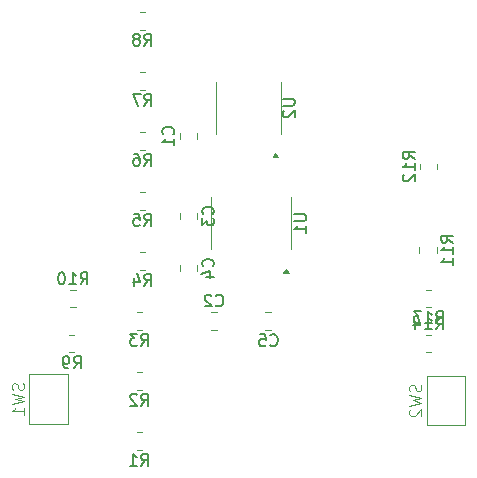
<source format=gbo>
%TF.GenerationSoftware,KiCad,Pcbnew,9.0.3*%
%TF.CreationDate,2025-10-16T19:58:59+02:00*%
%TF.ProjectId,ledkiv3,6c65646b-6976-4332-9e6b-696361645f70,rev?*%
%TF.SameCoordinates,Original*%
%TF.FileFunction,Legend,Bot*%
%TF.FilePolarity,Positive*%
%FSLAX46Y46*%
G04 Gerber Fmt 4.6, Leading zero omitted, Abs format (unit mm)*
G04 Created by KiCad (PCBNEW 9.0.3) date 2025-10-16 19:58:59*
%MOMM*%
%LPD*%
G01*
G04 APERTURE LIST*
%ADD10C,0.150000*%
%ADD11C,0.100000*%
%ADD12C,0.120000*%
G04 APERTURE END LIST*
D10*
X47115580Y-77349333D02*
X47163200Y-77301714D01*
X47163200Y-77301714D02*
X47210819Y-77158857D01*
X47210819Y-77158857D02*
X47210819Y-77063619D01*
X47210819Y-77063619D02*
X47163200Y-76920762D01*
X47163200Y-76920762D02*
X47067961Y-76825524D01*
X47067961Y-76825524D02*
X46972723Y-76777905D01*
X46972723Y-76777905D02*
X46782247Y-76730286D01*
X46782247Y-76730286D02*
X46639390Y-76730286D01*
X46639390Y-76730286D02*
X46448914Y-76777905D01*
X46448914Y-76777905D02*
X46353676Y-76825524D01*
X46353676Y-76825524D02*
X46258438Y-76920762D01*
X46258438Y-76920762D02*
X46210819Y-77063619D01*
X46210819Y-77063619D02*
X46210819Y-77158857D01*
X46210819Y-77158857D02*
X46258438Y-77301714D01*
X46258438Y-77301714D02*
X46306057Y-77349333D01*
X46210819Y-77682667D02*
X46210819Y-78301714D01*
X46210819Y-78301714D02*
X46591771Y-77968381D01*
X46591771Y-77968381D02*
X46591771Y-78111238D01*
X46591771Y-78111238D02*
X46639390Y-78206476D01*
X46639390Y-78206476D02*
X46687009Y-78254095D01*
X46687009Y-78254095D02*
X46782247Y-78301714D01*
X46782247Y-78301714D02*
X47020342Y-78301714D01*
X47020342Y-78301714D02*
X47115580Y-78254095D01*
X47115580Y-78254095D02*
X47163200Y-78206476D01*
X47163200Y-78206476D02*
X47210819Y-78111238D01*
X47210819Y-78111238D02*
X47210819Y-77825524D01*
X47210819Y-77825524D02*
X47163200Y-77730286D01*
X47163200Y-77730286D02*
X47115580Y-77682667D01*
X41067666Y-88510819D02*
X41400999Y-88034628D01*
X41639094Y-88510819D02*
X41639094Y-87510819D01*
X41639094Y-87510819D02*
X41258142Y-87510819D01*
X41258142Y-87510819D02*
X41162904Y-87558438D01*
X41162904Y-87558438D02*
X41115285Y-87606057D01*
X41115285Y-87606057D02*
X41067666Y-87701295D01*
X41067666Y-87701295D02*
X41067666Y-87844152D01*
X41067666Y-87844152D02*
X41115285Y-87939390D01*
X41115285Y-87939390D02*
X41162904Y-87987009D01*
X41162904Y-87987009D02*
X41258142Y-88034628D01*
X41258142Y-88034628D02*
X41639094Y-88034628D01*
X40734332Y-87510819D02*
X40115285Y-87510819D01*
X40115285Y-87510819D02*
X40448618Y-87891771D01*
X40448618Y-87891771D02*
X40305761Y-87891771D01*
X40305761Y-87891771D02*
X40210523Y-87939390D01*
X40210523Y-87939390D02*
X40162904Y-87987009D01*
X40162904Y-87987009D02*
X40115285Y-88082247D01*
X40115285Y-88082247D02*
X40115285Y-88320342D01*
X40115285Y-88320342D02*
X40162904Y-88415580D01*
X40162904Y-88415580D02*
X40210523Y-88463200D01*
X40210523Y-88463200D02*
X40305761Y-88510819D01*
X40305761Y-88510819D02*
X40591475Y-88510819D01*
X40591475Y-88510819D02*
X40686713Y-88463200D01*
X40686713Y-88463200D02*
X40734332Y-88415580D01*
X64200819Y-72698142D02*
X63724628Y-72364809D01*
X64200819Y-72126714D02*
X63200819Y-72126714D01*
X63200819Y-72126714D02*
X63200819Y-72507666D01*
X63200819Y-72507666D02*
X63248438Y-72602904D01*
X63248438Y-72602904D02*
X63296057Y-72650523D01*
X63296057Y-72650523D02*
X63391295Y-72698142D01*
X63391295Y-72698142D02*
X63534152Y-72698142D01*
X63534152Y-72698142D02*
X63629390Y-72650523D01*
X63629390Y-72650523D02*
X63677009Y-72602904D01*
X63677009Y-72602904D02*
X63724628Y-72507666D01*
X63724628Y-72507666D02*
X63724628Y-72126714D01*
X64200819Y-73650523D02*
X64200819Y-73079095D01*
X64200819Y-73364809D02*
X63200819Y-73364809D01*
X63200819Y-73364809D02*
X63343676Y-73269571D01*
X63343676Y-73269571D02*
X63438914Y-73174333D01*
X63438914Y-73174333D02*
X63486533Y-73079095D01*
X63296057Y-74031476D02*
X63248438Y-74079095D01*
X63248438Y-74079095D02*
X63200819Y-74174333D01*
X63200819Y-74174333D02*
X63200819Y-74412428D01*
X63200819Y-74412428D02*
X63248438Y-74507666D01*
X63248438Y-74507666D02*
X63296057Y-74555285D01*
X63296057Y-74555285D02*
X63391295Y-74602904D01*
X63391295Y-74602904D02*
X63486533Y-74602904D01*
X63486533Y-74602904D02*
X63629390Y-74555285D01*
X63629390Y-74555285D02*
X64200819Y-73983857D01*
X64200819Y-73983857D02*
X64200819Y-74602904D01*
X35352666Y-90415819D02*
X35685999Y-89939628D01*
X35924094Y-90415819D02*
X35924094Y-89415819D01*
X35924094Y-89415819D02*
X35543142Y-89415819D01*
X35543142Y-89415819D02*
X35447904Y-89463438D01*
X35447904Y-89463438D02*
X35400285Y-89511057D01*
X35400285Y-89511057D02*
X35352666Y-89606295D01*
X35352666Y-89606295D02*
X35352666Y-89749152D01*
X35352666Y-89749152D02*
X35400285Y-89844390D01*
X35400285Y-89844390D02*
X35447904Y-89892009D01*
X35447904Y-89892009D02*
X35543142Y-89939628D01*
X35543142Y-89939628D02*
X35924094Y-89939628D01*
X34876475Y-90415819D02*
X34685999Y-90415819D01*
X34685999Y-90415819D02*
X34590761Y-90368200D01*
X34590761Y-90368200D02*
X34543142Y-90320580D01*
X34543142Y-90320580D02*
X34447904Y-90177723D01*
X34447904Y-90177723D02*
X34400285Y-89987247D01*
X34400285Y-89987247D02*
X34400285Y-89606295D01*
X34400285Y-89606295D02*
X34447904Y-89511057D01*
X34447904Y-89511057D02*
X34495523Y-89463438D01*
X34495523Y-89463438D02*
X34590761Y-89415819D01*
X34590761Y-89415819D02*
X34781237Y-89415819D01*
X34781237Y-89415819D02*
X34876475Y-89463438D01*
X34876475Y-89463438D02*
X34924094Y-89511057D01*
X34924094Y-89511057D02*
X34971713Y-89606295D01*
X34971713Y-89606295D02*
X34971713Y-89844390D01*
X34971713Y-89844390D02*
X34924094Y-89939628D01*
X34924094Y-89939628D02*
X34876475Y-89987247D01*
X34876475Y-89987247D02*
X34781237Y-90034866D01*
X34781237Y-90034866D02*
X34590761Y-90034866D01*
X34590761Y-90034866D02*
X34495523Y-89987247D01*
X34495523Y-89987247D02*
X34447904Y-89939628D01*
X34447904Y-89939628D02*
X34400285Y-89844390D01*
X47115580Y-81794333D02*
X47163200Y-81746714D01*
X47163200Y-81746714D02*
X47210819Y-81603857D01*
X47210819Y-81603857D02*
X47210819Y-81508619D01*
X47210819Y-81508619D02*
X47163200Y-81365762D01*
X47163200Y-81365762D02*
X47067961Y-81270524D01*
X47067961Y-81270524D02*
X46972723Y-81222905D01*
X46972723Y-81222905D02*
X46782247Y-81175286D01*
X46782247Y-81175286D02*
X46639390Y-81175286D01*
X46639390Y-81175286D02*
X46448914Y-81222905D01*
X46448914Y-81222905D02*
X46353676Y-81270524D01*
X46353676Y-81270524D02*
X46258438Y-81365762D01*
X46258438Y-81365762D02*
X46210819Y-81508619D01*
X46210819Y-81508619D02*
X46210819Y-81603857D01*
X46210819Y-81603857D02*
X46258438Y-81746714D01*
X46258438Y-81746714D02*
X46306057Y-81794333D01*
X46544152Y-82651476D02*
X47210819Y-82651476D01*
X46163200Y-82413381D02*
X46877485Y-82175286D01*
X46877485Y-82175286D02*
X46877485Y-82794333D01*
X41067666Y-98670819D02*
X41400999Y-98194628D01*
X41639094Y-98670819D02*
X41639094Y-97670819D01*
X41639094Y-97670819D02*
X41258142Y-97670819D01*
X41258142Y-97670819D02*
X41162904Y-97718438D01*
X41162904Y-97718438D02*
X41115285Y-97766057D01*
X41115285Y-97766057D02*
X41067666Y-97861295D01*
X41067666Y-97861295D02*
X41067666Y-98004152D01*
X41067666Y-98004152D02*
X41115285Y-98099390D01*
X41115285Y-98099390D02*
X41162904Y-98147009D01*
X41162904Y-98147009D02*
X41258142Y-98194628D01*
X41258142Y-98194628D02*
X41639094Y-98194628D01*
X40115285Y-98670819D02*
X40686713Y-98670819D01*
X40400999Y-98670819D02*
X40400999Y-97670819D01*
X40400999Y-97670819D02*
X40496237Y-97813676D01*
X40496237Y-97813676D02*
X40591475Y-97908914D01*
X40591475Y-97908914D02*
X40686713Y-97956533D01*
X51995166Y-88445580D02*
X52042785Y-88493200D01*
X52042785Y-88493200D02*
X52185642Y-88540819D01*
X52185642Y-88540819D02*
X52280880Y-88540819D01*
X52280880Y-88540819D02*
X52423737Y-88493200D01*
X52423737Y-88493200D02*
X52518975Y-88397961D01*
X52518975Y-88397961D02*
X52566594Y-88302723D01*
X52566594Y-88302723D02*
X52614213Y-88112247D01*
X52614213Y-88112247D02*
X52614213Y-87969390D01*
X52614213Y-87969390D02*
X52566594Y-87778914D01*
X52566594Y-87778914D02*
X52518975Y-87683676D01*
X52518975Y-87683676D02*
X52423737Y-87588438D01*
X52423737Y-87588438D02*
X52280880Y-87540819D01*
X52280880Y-87540819D02*
X52185642Y-87540819D01*
X52185642Y-87540819D02*
X52042785Y-87588438D01*
X52042785Y-87588438D02*
X51995166Y-87636057D01*
X51090404Y-87540819D02*
X51566594Y-87540819D01*
X51566594Y-87540819D02*
X51614213Y-88017009D01*
X51614213Y-88017009D02*
X51566594Y-87969390D01*
X51566594Y-87969390D02*
X51471356Y-87921771D01*
X51471356Y-87921771D02*
X51233261Y-87921771D01*
X51233261Y-87921771D02*
X51138023Y-87969390D01*
X51138023Y-87969390D02*
X51090404Y-88017009D01*
X51090404Y-88017009D02*
X51042785Y-88112247D01*
X51042785Y-88112247D02*
X51042785Y-88350342D01*
X51042785Y-88350342D02*
X51090404Y-88445580D01*
X51090404Y-88445580D02*
X51138023Y-88493200D01*
X51138023Y-88493200D02*
X51233261Y-88540819D01*
X51233261Y-88540819D02*
X51471356Y-88540819D01*
X51471356Y-88540819D02*
X51566594Y-88493200D01*
X51566594Y-88493200D02*
X51614213Y-88445580D01*
X35923857Y-83305819D02*
X36257190Y-82829628D01*
X36495285Y-83305819D02*
X36495285Y-82305819D01*
X36495285Y-82305819D02*
X36114333Y-82305819D01*
X36114333Y-82305819D02*
X36019095Y-82353438D01*
X36019095Y-82353438D02*
X35971476Y-82401057D01*
X35971476Y-82401057D02*
X35923857Y-82496295D01*
X35923857Y-82496295D02*
X35923857Y-82639152D01*
X35923857Y-82639152D02*
X35971476Y-82734390D01*
X35971476Y-82734390D02*
X36019095Y-82782009D01*
X36019095Y-82782009D02*
X36114333Y-82829628D01*
X36114333Y-82829628D02*
X36495285Y-82829628D01*
X34971476Y-83305819D02*
X35542904Y-83305819D01*
X35257190Y-83305819D02*
X35257190Y-82305819D01*
X35257190Y-82305819D02*
X35352428Y-82448676D01*
X35352428Y-82448676D02*
X35447666Y-82543914D01*
X35447666Y-82543914D02*
X35542904Y-82591533D01*
X34352428Y-82305819D02*
X34257190Y-82305819D01*
X34257190Y-82305819D02*
X34161952Y-82353438D01*
X34161952Y-82353438D02*
X34114333Y-82401057D01*
X34114333Y-82401057D02*
X34066714Y-82496295D01*
X34066714Y-82496295D02*
X34019095Y-82686771D01*
X34019095Y-82686771D02*
X34019095Y-82924866D01*
X34019095Y-82924866D02*
X34066714Y-83115342D01*
X34066714Y-83115342D02*
X34114333Y-83210580D01*
X34114333Y-83210580D02*
X34161952Y-83258200D01*
X34161952Y-83258200D02*
X34257190Y-83305819D01*
X34257190Y-83305819D02*
X34352428Y-83305819D01*
X34352428Y-83305819D02*
X34447666Y-83258200D01*
X34447666Y-83258200D02*
X34495285Y-83210580D01*
X34495285Y-83210580D02*
X34542904Y-83115342D01*
X34542904Y-83115342D02*
X34590523Y-82924866D01*
X34590523Y-82924866D02*
X34590523Y-82686771D01*
X34590523Y-82686771D02*
X34542904Y-82496295D01*
X34542904Y-82496295D02*
X34495285Y-82401057D01*
X34495285Y-82401057D02*
X34447666Y-82353438D01*
X34447666Y-82353438D02*
X34352428Y-82305819D01*
X54034219Y-77381395D02*
X54843742Y-77381395D01*
X54843742Y-77381395D02*
X54938980Y-77429014D01*
X54938980Y-77429014D02*
X54986600Y-77476633D01*
X54986600Y-77476633D02*
X55034219Y-77571871D01*
X55034219Y-77571871D02*
X55034219Y-77762347D01*
X55034219Y-77762347D02*
X54986600Y-77857585D01*
X54986600Y-77857585D02*
X54938980Y-77905204D01*
X54938980Y-77905204D02*
X54843742Y-77952823D01*
X54843742Y-77952823D02*
X54034219Y-77952823D01*
X55034219Y-78952823D02*
X55034219Y-78381395D01*
X55034219Y-78667109D02*
X54034219Y-78667109D01*
X54034219Y-78667109D02*
X54177076Y-78571871D01*
X54177076Y-78571871D02*
X54272314Y-78476633D01*
X54272314Y-78476633D02*
X54319933Y-78381395D01*
D11*
X64725800Y-91812667D02*
X64773419Y-91955524D01*
X64773419Y-91955524D02*
X64773419Y-92193619D01*
X64773419Y-92193619D02*
X64725800Y-92288857D01*
X64725800Y-92288857D02*
X64678180Y-92336476D01*
X64678180Y-92336476D02*
X64582942Y-92384095D01*
X64582942Y-92384095D02*
X64487704Y-92384095D01*
X64487704Y-92384095D02*
X64392466Y-92336476D01*
X64392466Y-92336476D02*
X64344847Y-92288857D01*
X64344847Y-92288857D02*
X64297228Y-92193619D01*
X64297228Y-92193619D02*
X64249609Y-92003143D01*
X64249609Y-92003143D02*
X64201990Y-91907905D01*
X64201990Y-91907905D02*
X64154371Y-91860286D01*
X64154371Y-91860286D02*
X64059133Y-91812667D01*
X64059133Y-91812667D02*
X63963895Y-91812667D01*
X63963895Y-91812667D02*
X63868657Y-91860286D01*
X63868657Y-91860286D02*
X63821038Y-91907905D01*
X63821038Y-91907905D02*
X63773419Y-92003143D01*
X63773419Y-92003143D02*
X63773419Y-92241238D01*
X63773419Y-92241238D02*
X63821038Y-92384095D01*
X63773419Y-92717429D02*
X64773419Y-92955524D01*
X64773419Y-92955524D02*
X64059133Y-93146000D01*
X64059133Y-93146000D02*
X64773419Y-93336476D01*
X64773419Y-93336476D02*
X63773419Y-93574572D01*
X63868657Y-93907905D02*
X63821038Y-93955524D01*
X63821038Y-93955524D02*
X63773419Y-94050762D01*
X63773419Y-94050762D02*
X63773419Y-94288857D01*
X63773419Y-94288857D02*
X63821038Y-94384095D01*
X63821038Y-94384095D02*
X63868657Y-94431714D01*
X63868657Y-94431714D02*
X63963895Y-94479333D01*
X63963895Y-94479333D02*
X64059133Y-94479333D01*
X64059133Y-94479333D02*
X64201990Y-94431714D01*
X64201990Y-94431714D02*
X64773419Y-93860286D01*
X64773419Y-93860286D02*
X64773419Y-94479333D01*
X31070800Y-91667667D02*
X31118419Y-91810524D01*
X31118419Y-91810524D02*
X31118419Y-92048619D01*
X31118419Y-92048619D02*
X31070800Y-92143857D01*
X31070800Y-92143857D02*
X31023180Y-92191476D01*
X31023180Y-92191476D02*
X30927942Y-92239095D01*
X30927942Y-92239095D02*
X30832704Y-92239095D01*
X30832704Y-92239095D02*
X30737466Y-92191476D01*
X30737466Y-92191476D02*
X30689847Y-92143857D01*
X30689847Y-92143857D02*
X30642228Y-92048619D01*
X30642228Y-92048619D02*
X30594609Y-91858143D01*
X30594609Y-91858143D02*
X30546990Y-91762905D01*
X30546990Y-91762905D02*
X30499371Y-91715286D01*
X30499371Y-91715286D02*
X30404133Y-91667667D01*
X30404133Y-91667667D02*
X30308895Y-91667667D01*
X30308895Y-91667667D02*
X30213657Y-91715286D01*
X30213657Y-91715286D02*
X30166038Y-91762905D01*
X30166038Y-91762905D02*
X30118419Y-91858143D01*
X30118419Y-91858143D02*
X30118419Y-92096238D01*
X30118419Y-92096238D02*
X30166038Y-92239095D01*
X30118419Y-92572429D02*
X31118419Y-92810524D01*
X31118419Y-92810524D02*
X30404133Y-93001000D01*
X30404133Y-93001000D02*
X31118419Y-93191476D01*
X31118419Y-93191476D02*
X30118419Y-93429572D01*
X31118419Y-94334333D02*
X31118419Y-93762905D01*
X31118419Y-94048619D02*
X30118419Y-94048619D01*
X30118419Y-94048619D02*
X30261276Y-93953381D01*
X30261276Y-93953381D02*
X30356514Y-93858143D01*
X30356514Y-93858143D02*
X30404133Y-93762905D01*
D10*
X41337666Y-63110819D02*
X41670999Y-62634628D01*
X41909094Y-63110819D02*
X41909094Y-62110819D01*
X41909094Y-62110819D02*
X41528142Y-62110819D01*
X41528142Y-62110819D02*
X41432904Y-62158438D01*
X41432904Y-62158438D02*
X41385285Y-62206057D01*
X41385285Y-62206057D02*
X41337666Y-62301295D01*
X41337666Y-62301295D02*
X41337666Y-62444152D01*
X41337666Y-62444152D02*
X41385285Y-62539390D01*
X41385285Y-62539390D02*
X41432904Y-62587009D01*
X41432904Y-62587009D02*
X41528142Y-62634628D01*
X41528142Y-62634628D02*
X41909094Y-62634628D01*
X40766237Y-62539390D02*
X40861475Y-62491771D01*
X40861475Y-62491771D02*
X40909094Y-62444152D01*
X40909094Y-62444152D02*
X40956713Y-62348914D01*
X40956713Y-62348914D02*
X40956713Y-62301295D01*
X40956713Y-62301295D02*
X40909094Y-62206057D01*
X40909094Y-62206057D02*
X40861475Y-62158438D01*
X40861475Y-62158438D02*
X40766237Y-62110819D01*
X40766237Y-62110819D02*
X40575761Y-62110819D01*
X40575761Y-62110819D02*
X40480523Y-62158438D01*
X40480523Y-62158438D02*
X40432904Y-62206057D01*
X40432904Y-62206057D02*
X40385285Y-62301295D01*
X40385285Y-62301295D02*
X40385285Y-62348914D01*
X40385285Y-62348914D02*
X40432904Y-62444152D01*
X40432904Y-62444152D02*
X40480523Y-62491771D01*
X40480523Y-62491771D02*
X40575761Y-62539390D01*
X40575761Y-62539390D02*
X40766237Y-62539390D01*
X40766237Y-62539390D02*
X40861475Y-62587009D01*
X40861475Y-62587009D02*
X40909094Y-62634628D01*
X40909094Y-62634628D02*
X40956713Y-62729866D01*
X40956713Y-62729866D02*
X40956713Y-62920342D01*
X40956713Y-62920342D02*
X40909094Y-63015580D01*
X40909094Y-63015580D02*
X40861475Y-63063200D01*
X40861475Y-63063200D02*
X40766237Y-63110819D01*
X40766237Y-63110819D02*
X40575761Y-63110819D01*
X40575761Y-63110819D02*
X40480523Y-63063200D01*
X40480523Y-63063200D02*
X40432904Y-63015580D01*
X40432904Y-63015580D02*
X40385285Y-62920342D01*
X40385285Y-62920342D02*
X40385285Y-62729866D01*
X40385285Y-62729866D02*
X40432904Y-62634628D01*
X40432904Y-62634628D02*
X40480523Y-62587009D01*
X40480523Y-62587009D02*
X40575761Y-62539390D01*
X47380166Y-85085580D02*
X47427785Y-85133200D01*
X47427785Y-85133200D02*
X47570642Y-85180819D01*
X47570642Y-85180819D02*
X47665880Y-85180819D01*
X47665880Y-85180819D02*
X47808737Y-85133200D01*
X47808737Y-85133200D02*
X47903975Y-85037961D01*
X47903975Y-85037961D02*
X47951594Y-84942723D01*
X47951594Y-84942723D02*
X47999213Y-84752247D01*
X47999213Y-84752247D02*
X47999213Y-84609390D01*
X47999213Y-84609390D02*
X47951594Y-84418914D01*
X47951594Y-84418914D02*
X47903975Y-84323676D01*
X47903975Y-84323676D02*
X47808737Y-84228438D01*
X47808737Y-84228438D02*
X47665880Y-84180819D01*
X47665880Y-84180819D02*
X47570642Y-84180819D01*
X47570642Y-84180819D02*
X47427785Y-84228438D01*
X47427785Y-84228438D02*
X47380166Y-84276057D01*
X46999213Y-84276057D02*
X46951594Y-84228438D01*
X46951594Y-84228438D02*
X46856356Y-84180819D01*
X46856356Y-84180819D02*
X46618261Y-84180819D01*
X46618261Y-84180819D02*
X46523023Y-84228438D01*
X46523023Y-84228438D02*
X46475404Y-84276057D01*
X46475404Y-84276057D02*
X46427785Y-84371295D01*
X46427785Y-84371295D02*
X46427785Y-84466533D01*
X46427785Y-84466533D02*
X46475404Y-84609390D01*
X46475404Y-84609390D02*
X47046832Y-85180819D01*
X47046832Y-85180819D02*
X46427785Y-85180819D01*
X41337666Y-73270819D02*
X41670999Y-72794628D01*
X41909094Y-73270819D02*
X41909094Y-72270819D01*
X41909094Y-72270819D02*
X41528142Y-72270819D01*
X41528142Y-72270819D02*
X41432904Y-72318438D01*
X41432904Y-72318438D02*
X41385285Y-72366057D01*
X41385285Y-72366057D02*
X41337666Y-72461295D01*
X41337666Y-72461295D02*
X41337666Y-72604152D01*
X41337666Y-72604152D02*
X41385285Y-72699390D01*
X41385285Y-72699390D02*
X41432904Y-72747009D01*
X41432904Y-72747009D02*
X41528142Y-72794628D01*
X41528142Y-72794628D02*
X41909094Y-72794628D01*
X40480523Y-72270819D02*
X40670999Y-72270819D01*
X40670999Y-72270819D02*
X40766237Y-72318438D01*
X40766237Y-72318438D02*
X40813856Y-72366057D01*
X40813856Y-72366057D02*
X40909094Y-72508914D01*
X40909094Y-72508914D02*
X40956713Y-72699390D01*
X40956713Y-72699390D02*
X40956713Y-73080342D01*
X40956713Y-73080342D02*
X40909094Y-73175580D01*
X40909094Y-73175580D02*
X40861475Y-73223200D01*
X40861475Y-73223200D02*
X40766237Y-73270819D01*
X40766237Y-73270819D02*
X40575761Y-73270819D01*
X40575761Y-73270819D02*
X40480523Y-73223200D01*
X40480523Y-73223200D02*
X40432904Y-73175580D01*
X40432904Y-73175580D02*
X40385285Y-73080342D01*
X40385285Y-73080342D02*
X40385285Y-72842247D01*
X40385285Y-72842247D02*
X40432904Y-72747009D01*
X40432904Y-72747009D02*
X40480523Y-72699390D01*
X40480523Y-72699390D02*
X40575761Y-72651771D01*
X40575761Y-72651771D02*
X40766237Y-72651771D01*
X40766237Y-72651771D02*
X40861475Y-72699390D01*
X40861475Y-72699390D02*
X40909094Y-72747009D01*
X40909094Y-72747009D02*
X40956713Y-72842247D01*
X67450019Y-79778142D02*
X66973828Y-79444809D01*
X67450019Y-79206714D02*
X66450019Y-79206714D01*
X66450019Y-79206714D02*
X66450019Y-79587666D01*
X66450019Y-79587666D02*
X66497638Y-79682904D01*
X66497638Y-79682904D02*
X66545257Y-79730523D01*
X66545257Y-79730523D02*
X66640495Y-79778142D01*
X66640495Y-79778142D02*
X66783352Y-79778142D01*
X66783352Y-79778142D02*
X66878590Y-79730523D01*
X66878590Y-79730523D02*
X66926209Y-79682904D01*
X66926209Y-79682904D02*
X66973828Y-79587666D01*
X66973828Y-79587666D02*
X66973828Y-79206714D01*
X67450019Y-80730523D02*
X67450019Y-80159095D01*
X67450019Y-80444809D02*
X66450019Y-80444809D01*
X66450019Y-80444809D02*
X66592876Y-80349571D01*
X66592876Y-80349571D02*
X66688114Y-80254333D01*
X66688114Y-80254333D02*
X66735733Y-80159095D01*
X67450019Y-81682904D02*
X67450019Y-81111476D01*
X67450019Y-81397190D02*
X66450019Y-81397190D01*
X66450019Y-81397190D02*
X66592876Y-81301952D01*
X66592876Y-81301952D02*
X66688114Y-81206714D01*
X66688114Y-81206714D02*
X66735733Y-81111476D01*
X41337666Y-68190819D02*
X41670999Y-67714628D01*
X41909094Y-68190819D02*
X41909094Y-67190819D01*
X41909094Y-67190819D02*
X41528142Y-67190819D01*
X41528142Y-67190819D02*
X41432904Y-67238438D01*
X41432904Y-67238438D02*
X41385285Y-67286057D01*
X41385285Y-67286057D02*
X41337666Y-67381295D01*
X41337666Y-67381295D02*
X41337666Y-67524152D01*
X41337666Y-67524152D02*
X41385285Y-67619390D01*
X41385285Y-67619390D02*
X41432904Y-67667009D01*
X41432904Y-67667009D02*
X41528142Y-67714628D01*
X41528142Y-67714628D02*
X41909094Y-67714628D01*
X41004332Y-67190819D02*
X40337666Y-67190819D01*
X40337666Y-67190819D02*
X40766237Y-68190819D01*
X53060819Y-67610095D02*
X53870342Y-67610095D01*
X53870342Y-67610095D02*
X53965580Y-67657714D01*
X53965580Y-67657714D02*
X54013200Y-67705333D01*
X54013200Y-67705333D02*
X54060819Y-67800571D01*
X54060819Y-67800571D02*
X54060819Y-67991047D01*
X54060819Y-67991047D02*
X54013200Y-68086285D01*
X54013200Y-68086285D02*
X53965580Y-68133904D01*
X53965580Y-68133904D02*
X53870342Y-68181523D01*
X53870342Y-68181523D02*
X53060819Y-68181523D01*
X53156057Y-68610095D02*
X53108438Y-68657714D01*
X53108438Y-68657714D02*
X53060819Y-68752952D01*
X53060819Y-68752952D02*
X53060819Y-68991047D01*
X53060819Y-68991047D02*
X53108438Y-69086285D01*
X53108438Y-69086285D02*
X53156057Y-69133904D01*
X53156057Y-69133904D02*
X53251295Y-69181523D01*
X53251295Y-69181523D02*
X53346533Y-69181523D01*
X53346533Y-69181523D02*
X53489390Y-69133904D01*
X53489390Y-69133904D02*
X54060819Y-68562476D01*
X54060819Y-68562476D02*
X54060819Y-69181523D01*
X41337666Y-78350819D02*
X41670999Y-77874628D01*
X41909094Y-78350819D02*
X41909094Y-77350819D01*
X41909094Y-77350819D02*
X41528142Y-77350819D01*
X41528142Y-77350819D02*
X41432904Y-77398438D01*
X41432904Y-77398438D02*
X41385285Y-77446057D01*
X41385285Y-77446057D02*
X41337666Y-77541295D01*
X41337666Y-77541295D02*
X41337666Y-77684152D01*
X41337666Y-77684152D02*
X41385285Y-77779390D01*
X41385285Y-77779390D02*
X41432904Y-77827009D01*
X41432904Y-77827009D02*
X41528142Y-77874628D01*
X41528142Y-77874628D02*
X41909094Y-77874628D01*
X40432904Y-77350819D02*
X40909094Y-77350819D01*
X40909094Y-77350819D02*
X40956713Y-77827009D01*
X40956713Y-77827009D02*
X40909094Y-77779390D01*
X40909094Y-77779390D02*
X40813856Y-77731771D01*
X40813856Y-77731771D02*
X40575761Y-77731771D01*
X40575761Y-77731771D02*
X40480523Y-77779390D01*
X40480523Y-77779390D02*
X40432904Y-77827009D01*
X40432904Y-77827009D02*
X40385285Y-77922247D01*
X40385285Y-77922247D02*
X40385285Y-78160342D01*
X40385285Y-78160342D02*
X40432904Y-78255580D01*
X40432904Y-78255580D02*
X40480523Y-78303200D01*
X40480523Y-78303200D02*
X40575761Y-78350819D01*
X40575761Y-78350819D02*
X40813856Y-78350819D01*
X40813856Y-78350819D02*
X40909094Y-78303200D01*
X40909094Y-78303200D02*
X40956713Y-78255580D01*
X41337666Y-83430819D02*
X41670999Y-82954628D01*
X41909094Y-83430819D02*
X41909094Y-82430819D01*
X41909094Y-82430819D02*
X41528142Y-82430819D01*
X41528142Y-82430819D02*
X41432904Y-82478438D01*
X41432904Y-82478438D02*
X41385285Y-82526057D01*
X41385285Y-82526057D02*
X41337666Y-82621295D01*
X41337666Y-82621295D02*
X41337666Y-82764152D01*
X41337666Y-82764152D02*
X41385285Y-82859390D01*
X41385285Y-82859390D02*
X41432904Y-82907009D01*
X41432904Y-82907009D02*
X41528142Y-82954628D01*
X41528142Y-82954628D02*
X41909094Y-82954628D01*
X40480523Y-82764152D02*
X40480523Y-83430819D01*
X40718618Y-82383200D02*
X40956713Y-83097485D01*
X40956713Y-83097485D02*
X40337666Y-83097485D01*
X43755580Y-70596833D02*
X43803200Y-70549214D01*
X43803200Y-70549214D02*
X43850819Y-70406357D01*
X43850819Y-70406357D02*
X43850819Y-70311119D01*
X43850819Y-70311119D02*
X43803200Y-70168262D01*
X43803200Y-70168262D02*
X43707961Y-70073024D01*
X43707961Y-70073024D02*
X43612723Y-70025405D01*
X43612723Y-70025405D02*
X43422247Y-69977786D01*
X43422247Y-69977786D02*
X43279390Y-69977786D01*
X43279390Y-69977786D02*
X43088914Y-70025405D01*
X43088914Y-70025405D02*
X42993676Y-70073024D01*
X42993676Y-70073024D02*
X42898438Y-70168262D01*
X42898438Y-70168262D02*
X42850819Y-70311119D01*
X42850819Y-70311119D02*
X42850819Y-70406357D01*
X42850819Y-70406357D02*
X42898438Y-70549214D01*
X42898438Y-70549214D02*
X42946057Y-70596833D01*
X43850819Y-71549214D02*
X43850819Y-70977786D01*
X43850819Y-71263500D02*
X42850819Y-71263500D01*
X42850819Y-71263500D02*
X42993676Y-71168262D01*
X42993676Y-71168262D02*
X43088914Y-71073024D01*
X43088914Y-71073024D02*
X43136533Y-70977786D01*
X66038857Y-87115819D02*
X66372190Y-86639628D01*
X66610285Y-87115819D02*
X66610285Y-86115819D01*
X66610285Y-86115819D02*
X66229333Y-86115819D01*
X66229333Y-86115819D02*
X66134095Y-86163438D01*
X66134095Y-86163438D02*
X66086476Y-86211057D01*
X66086476Y-86211057D02*
X66038857Y-86306295D01*
X66038857Y-86306295D02*
X66038857Y-86449152D01*
X66038857Y-86449152D02*
X66086476Y-86544390D01*
X66086476Y-86544390D02*
X66134095Y-86592009D01*
X66134095Y-86592009D02*
X66229333Y-86639628D01*
X66229333Y-86639628D02*
X66610285Y-86639628D01*
X65086476Y-87115819D02*
X65657904Y-87115819D01*
X65372190Y-87115819D02*
X65372190Y-86115819D01*
X65372190Y-86115819D02*
X65467428Y-86258676D01*
X65467428Y-86258676D02*
X65562666Y-86353914D01*
X65562666Y-86353914D02*
X65657904Y-86401533D01*
X64229333Y-86449152D02*
X64229333Y-87115819D01*
X64467428Y-86068200D02*
X64705523Y-86782485D01*
X64705523Y-86782485D02*
X64086476Y-86782485D01*
X66038857Y-86605819D02*
X66372190Y-86129628D01*
X66610285Y-86605819D02*
X66610285Y-85605819D01*
X66610285Y-85605819D02*
X66229333Y-85605819D01*
X66229333Y-85605819D02*
X66134095Y-85653438D01*
X66134095Y-85653438D02*
X66086476Y-85701057D01*
X66086476Y-85701057D02*
X66038857Y-85796295D01*
X66038857Y-85796295D02*
X66038857Y-85939152D01*
X66038857Y-85939152D02*
X66086476Y-86034390D01*
X66086476Y-86034390D02*
X66134095Y-86082009D01*
X66134095Y-86082009D02*
X66229333Y-86129628D01*
X66229333Y-86129628D02*
X66610285Y-86129628D01*
X65086476Y-86605819D02*
X65657904Y-86605819D01*
X65372190Y-86605819D02*
X65372190Y-85605819D01*
X65372190Y-85605819D02*
X65467428Y-85748676D01*
X65467428Y-85748676D02*
X65562666Y-85843914D01*
X65562666Y-85843914D02*
X65657904Y-85891533D01*
X64753142Y-85605819D02*
X64134095Y-85605819D01*
X64134095Y-85605819D02*
X64467428Y-85986771D01*
X64467428Y-85986771D02*
X64324571Y-85986771D01*
X64324571Y-85986771D02*
X64229333Y-86034390D01*
X64229333Y-86034390D02*
X64181714Y-86082009D01*
X64181714Y-86082009D02*
X64134095Y-86177247D01*
X64134095Y-86177247D02*
X64134095Y-86415342D01*
X64134095Y-86415342D02*
X64181714Y-86510580D01*
X64181714Y-86510580D02*
X64229333Y-86558200D01*
X64229333Y-86558200D02*
X64324571Y-86605819D01*
X64324571Y-86605819D02*
X64610285Y-86605819D01*
X64610285Y-86605819D02*
X64705523Y-86558200D01*
X64705523Y-86558200D02*
X64753142Y-86510580D01*
X41067666Y-93590819D02*
X41400999Y-93114628D01*
X41639094Y-93590819D02*
X41639094Y-92590819D01*
X41639094Y-92590819D02*
X41258142Y-92590819D01*
X41258142Y-92590819D02*
X41162904Y-92638438D01*
X41162904Y-92638438D02*
X41115285Y-92686057D01*
X41115285Y-92686057D02*
X41067666Y-92781295D01*
X41067666Y-92781295D02*
X41067666Y-92924152D01*
X41067666Y-92924152D02*
X41115285Y-93019390D01*
X41115285Y-93019390D02*
X41162904Y-93067009D01*
X41162904Y-93067009D02*
X41258142Y-93114628D01*
X41258142Y-93114628D02*
X41639094Y-93114628D01*
X40686713Y-92686057D02*
X40639094Y-92638438D01*
X40639094Y-92638438D02*
X40543856Y-92590819D01*
X40543856Y-92590819D02*
X40305761Y-92590819D01*
X40305761Y-92590819D02*
X40210523Y-92638438D01*
X40210523Y-92638438D02*
X40162904Y-92686057D01*
X40162904Y-92686057D02*
X40115285Y-92781295D01*
X40115285Y-92781295D02*
X40115285Y-92876533D01*
X40115285Y-92876533D02*
X40162904Y-93019390D01*
X40162904Y-93019390D02*
X40734332Y-93590819D01*
X40734332Y-93590819D02*
X40115285Y-93590819D01*
D12*
%TO.C,C3*%
X44341000Y-77777252D02*
X44341000Y-77254748D01*
X45811000Y-77777252D02*
X45811000Y-77254748D01*
%TO.C,R3*%
X40673936Y-87141000D02*
X41128064Y-87141000D01*
X40673936Y-85671000D02*
X41128064Y-85671000D01*
%TO.C,R12*%
X66131000Y-73113936D02*
X66131000Y-73568064D01*
X64661000Y-73113936D02*
X64661000Y-73568064D01*
%TO.C,R9*%
X34958936Y-87576000D02*
X35413064Y-87576000D01*
X34958936Y-89046000D02*
X35413064Y-89046000D01*
%TO.C,C4*%
X44341000Y-82222252D02*
X44341000Y-81699748D01*
X45811000Y-82222252D02*
X45811000Y-81699748D01*
%TO.C,R1*%
X40673936Y-95831000D02*
X41128064Y-95831000D01*
X40673936Y-97301000D02*
X41128064Y-97301000D01*
%TO.C,C5*%
X51567248Y-87141000D02*
X52089752Y-87141000D01*
X51567248Y-85671000D02*
X52089752Y-85671000D01*
%TO.C,R10*%
X35508064Y-83766000D02*
X35053936Y-83766000D01*
X35508064Y-85236000D02*
X35053936Y-85236000D01*
%TO.C,U1*%
X46994400Y-78143300D02*
X46994400Y-75943300D01*
X46994400Y-78143300D02*
X46994400Y-80343300D01*
X53764400Y-78143300D02*
X53764400Y-75943300D01*
X53764400Y-78143300D02*
X53764400Y-80343300D01*
X53544400Y-82333300D02*
X53064400Y-82333300D01*
X53304400Y-82003300D01*
X53544400Y-82333300D01*
G36*
X53544400Y-82333300D02*
G01*
X53064400Y-82333300D01*
X53304400Y-82003300D01*
X53544400Y-82333300D01*
G37*
%TO.C,SW2*%
D11*
X65231000Y-91046000D02*
X68481000Y-91046000D01*
X68481000Y-95246000D01*
X65231000Y-95246000D01*
X65231000Y-91046000D01*
%TO.C,SW1*%
X31576000Y-90901000D02*
X34826000Y-90901000D01*
X34826000Y-95101000D01*
X31576000Y-95101000D01*
X31576000Y-90901000D01*
D12*
%TO.C,R8*%
X40943936Y-60271000D02*
X41398064Y-60271000D01*
X40943936Y-61741000D02*
X41398064Y-61741000D01*
%TO.C,C2*%
X47474752Y-85671000D02*
X46952248Y-85671000D01*
X47474752Y-87141000D02*
X46952248Y-87141000D01*
%TO.C,R6*%
X40943936Y-70431000D02*
X41398064Y-70431000D01*
X40943936Y-71901000D02*
X41398064Y-71901000D01*
%TO.C,R11*%
X64610200Y-80648064D02*
X64610200Y-80193936D01*
X66080200Y-80648064D02*
X66080200Y-80193936D01*
%TO.C,R7*%
X40943936Y-65351000D02*
X41398064Y-65351000D01*
X40943936Y-66821000D02*
X41398064Y-66821000D01*
%TO.C,U2*%
X47421000Y-68372000D02*
X47421000Y-66172000D01*
X47421000Y-68372000D02*
X47421000Y-70572000D01*
X52891000Y-68372000D02*
X52891000Y-66172000D01*
X52891000Y-68372000D02*
X52891000Y-70572000D01*
X52671000Y-72562000D02*
X52191000Y-72562000D01*
X52431000Y-72232000D01*
X52671000Y-72562000D01*
G36*
X52671000Y-72562000D02*
G01*
X52191000Y-72562000D01*
X52431000Y-72232000D01*
X52671000Y-72562000D01*
G37*
%TO.C,R5*%
X40943936Y-75511000D02*
X41398064Y-75511000D01*
X40943936Y-76981000D02*
X41398064Y-76981000D01*
%TO.C,R4*%
X40943936Y-80591000D02*
X41398064Y-80591000D01*
X40943936Y-82061000D02*
X41398064Y-82061000D01*
%TO.C,C1*%
X44341000Y-70502248D02*
X44341000Y-71024752D01*
X45811000Y-70502248D02*
X45811000Y-71024752D01*
%TO.C,R14*%
X65623064Y-87576000D02*
X65168936Y-87576000D01*
X65623064Y-89046000D02*
X65168936Y-89046000D01*
%TO.C,R13*%
X65168936Y-85236000D02*
X65623064Y-85236000D01*
X65168936Y-83766000D02*
X65623064Y-83766000D01*
%TO.C,R2*%
X40673936Y-90751000D02*
X41128064Y-90751000D01*
X40673936Y-92221000D02*
X41128064Y-92221000D01*
%TD*%
M02*

</source>
